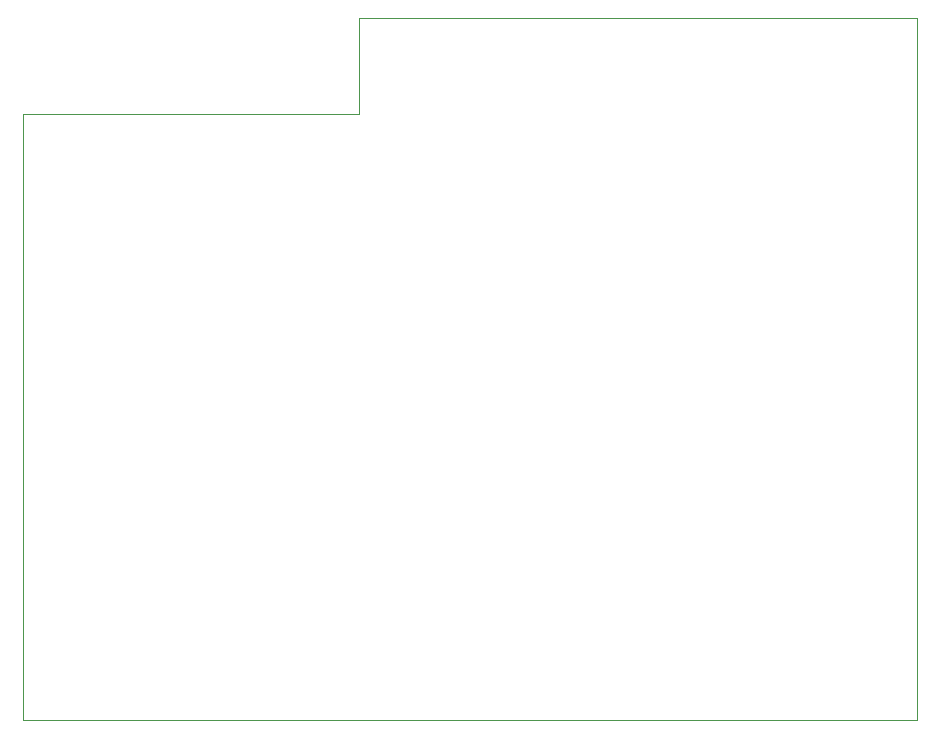
<source format=gbr>
%TF.GenerationSoftware,KiCad,Pcbnew,(5.1.9)-1*%
%TF.CreationDate,2021-05-23T21:09:51-07:00*%
%TF.ProjectId,bbot-pcb,62626f74-2d70-4636-922e-6b696361645f,rev?*%
%TF.SameCoordinates,Original*%
%TF.FileFunction,Profile,NP*%
%FSLAX46Y46*%
G04 Gerber Fmt 4.6, Leading zero omitted, Abs format (unit mm)*
G04 Created by KiCad (PCBNEW (5.1.9)-1) date 2021-05-23 21:09:51*
%MOMM*%
%LPD*%
G01*
G04 APERTURE LIST*
%TA.AperFunction,Profile*%
%ADD10C,0.050000*%
%TD*%
G04 APERTURE END LIST*
D10*
X165100000Y-39116000D02*
X165100000Y-90424000D01*
X193548000Y-39116000D02*
X165100000Y-39116000D01*
X193548000Y-30988000D02*
X193548000Y-39116000D01*
X240792000Y-30988000D02*
X193548000Y-30988000D01*
X240792000Y-90424000D02*
X240792000Y-30988000D01*
X240284000Y-90424000D02*
X240792000Y-90424000D01*
X165100000Y-90424000D02*
X240284000Y-90424000D01*
M02*

</source>
